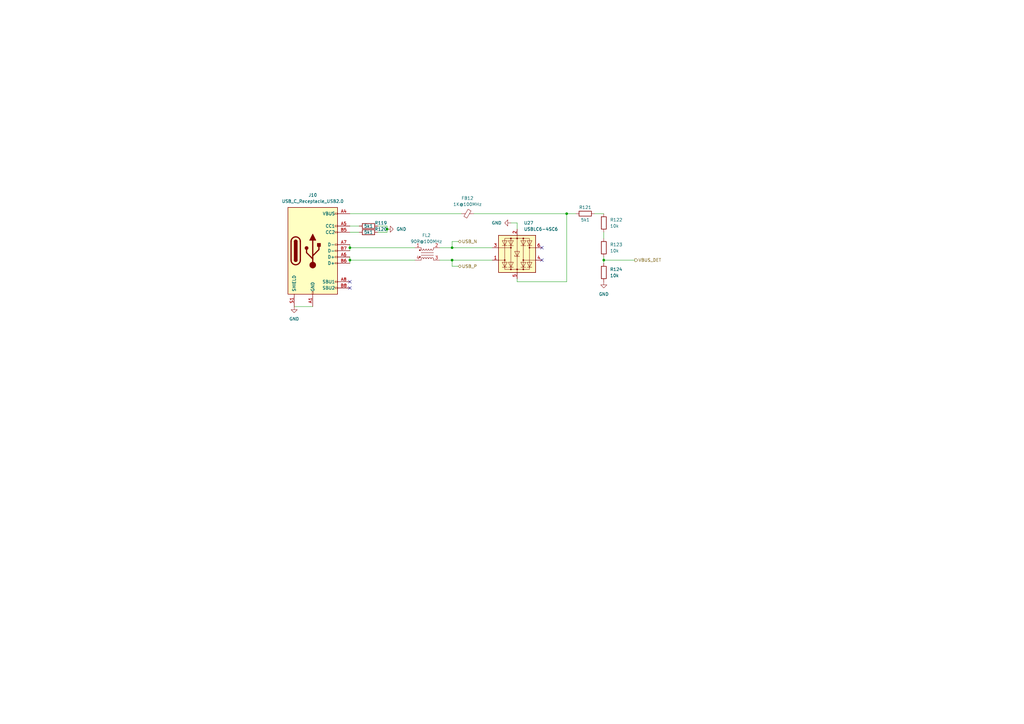
<source format=kicad_sch>
(kicad_sch (version 20230121) (generator eeschema)
  (paper "A3")
  (title_block (title "USB") (date "2023-11-27") (rev "r0_3") (company "M-Labs Limited") (comment 1 "Linus Woo Chun Kit"))
  (lib_symbols
    (symbol "Connector:USB_C_Receptacle_USB2.0" (pin_names (offset 1.016))
      (property "Reference" "J" (at -10.16 19.05 0))
      (property "Value" "USB_C_Receptacle_USB2.0" (at 19.05 19.05 0))
      (symbol "USB_C_Receptacle_USB2.0_0_0"
        (rectangle (start -0.254 -17.78) (end 0.254 -16.764))
        (rectangle (start 10.16 -14.986) (end 9.144 -15.494))
        (rectangle (start 10.16 -12.446) (end 9.144 -12.954))
        (rectangle (start 10.16 -4.826) (end 9.144 -5.334))
        (rectangle (start 10.16 -2.286) (end 9.144 -2.794))
        (rectangle (start 10.16 0.254) (end 9.144 -0.254))
        (rectangle (start 10.16 2.794) (end 9.144 2.286))
        (rectangle (start 10.16 7.874) (end 9.144 7.366))
        (rectangle (start 10.16 10.414) (end 9.144 9.906))
        (rectangle (start 10.16 15.494) (end 9.144 14.986))
      )
      (symbol "USB_C_Receptacle_USB2.0_0_1"
        (rectangle (start -10.16 17.78) (end 10.16 -17.78) (stroke (width 0.254)) (fill (type background)))
        (arc (start -8.89 -3.81) (mid -6.985 -5.7067) (end -5.08 -3.81) (stroke (width 0.508)))
        (arc (start -7.62 -3.81) (mid -6.985 -4.4423) (end -6.35 -3.81) (stroke (width 0.254)))
        (arc (start -7.62 -3.81) (mid -6.985 -4.4423) (end -6.35 -3.81) (stroke (width 0.254)) (fill (type outline)))
        (rectangle (start -7.62 -3.81) (end -6.35 3.81) (stroke (width 0.254)) (fill (type outline)))
        (arc (start -6.35 3.81) (mid -6.985 4.4423) (end -7.62 3.81) (stroke (width 0.254)))
        (arc (start -6.35 3.81) (mid -6.985 4.4423) (end -7.62 3.81) (stroke (width 0.254)) (fill (type outline)))
        (arc (start -5.08 3.81) (mid -6.985 5.7067) (end -8.89 3.81) (stroke (width 0.508)))
        (circle (center -2.54 1.143) (radius 0.635) (stroke (width 0.254)) (fill (type outline)))
        (circle (center 0 -5.842) (radius 1.27) (fill (type outline)))
        (polyline (pts (xy -8.89 -3.81) (xy -8.89 3.81)) (stroke (width 0.508)))
        (polyline (pts (xy -5.08 3.81) (xy -5.08 -3.81)) (stroke (width 0.508)))
        (polyline (pts (xy 0 -5.842) (xy 0 4.318)) (stroke (width 0.508)))
        (polyline (pts (xy 0 -3.302) (xy -2.54 -0.762) (xy -2.54 0.508)) (stroke (width 0.508)))
        (polyline (pts (xy 0 -2.032) (xy 2.54 0.508) (xy 2.54 1.778)) (stroke (width 0.508)))
        (polyline (pts (xy -1.27 4.318) (xy 0 6.858) (xy 1.27 4.318) (xy -1.27 4.318)) (stroke (width 0.254)) (fill (type outline)))
        (rectangle (start 1.905 1.778) (end 3.175 3.048) (stroke (width 0.254)) (fill (type outline)))
      )
      (symbol "USB_C_Receptacle_USB2.0_1_1"
        (pin passive line (at 0 -22.86 90) (length 5.08) (name "GND") (number "A1"))
        (pin passive line (at 0 -22.86 90) (length 5.08) hide (name "GND") (number "A12"))
        (pin passive line (at 15.24 15.24 180) (length 5.08) (name "VBUS") (number "A4"))
        (pin bidirectional line (at 15.24 10.16 180) (length 5.08) (name "CC1") (number "A5"))
        (pin bidirectional line (at 15.24 -2.54 180) (length 5.08) (name "D+") (number "A6"))
        (pin bidirectional line (at 15.24 2.54 180) (length 5.08) (name "D-") (number "A7"))
        (pin bidirectional line (at 15.24 -12.7 180) (length 5.08) (name "SBU1") (number "A8"))
        (pin passive line (at 15.24 15.24 180) (length 5.08) hide (name "VBUS") (number "A9"))
        (pin passive line (at 0 -22.86 90) (length 5.08) hide (name "GND") (number "B1"))
        (pin passive line (at 0 -22.86 90) (length 5.08) hide (name "GND") (number "B12"))
        (pin passive line (at 15.24 15.24 180) (length 5.08) hide (name "VBUS") (number "B4"))
        (pin bidirectional line (at 15.24 7.62 180) (length 5.08) (name "CC2") (number "B5"))
        (pin bidirectional line (at 15.24 -5.08 180) (length 5.08) (name "D+") (number "B6"))
        (pin bidirectional line (at 15.24 0 180) (length 5.08) (name "D-") (number "B7"))
        (pin bidirectional line (at 15.24 -15.24 180) (length 5.08) (name "SBU2") (number "B8"))
        (pin passive line (at 15.24 15.24 180) (length 5.08) hide (name "VBUS") (number "B9"))
        (pin passive line (at -7.62 -22.86 90) (length 5.08) (name "SHIELD") (number "S1"))
      )
    )
    (symbol "Device:FerriteBead_Small" (pin_numbers hide) (pin_names (offset 0))
      (property "Reference" "FB" (at 1.905 1.27 0))
      (property "Value" "FerriteBead_Small" (at 1.905 -1.27 0))
      (symbol "FerriteBead_Small_0_1"
        (polyline (pts (xy 0 -1.27) (xy 0 -0.7874)))
        (polyline (pts (xy 0 0.889) (xy 0 1.2954)))
        (polyline (pts (xy -1.8288 0.2794) (xy -1.1176 1.4986) (xy 1.8288 -0.2032) (xy 1.1176 -1.4224) (xy -1.8288 0.2794)))
      )
      (symbol "FerriteBead_Small_1_1"
        (pin passive line (at 0 2.54 270) (length 1.27) (name "~") (number "1"))
        (pin passive line (at 0 -2.54 90) (length 1.27) (name "~") (number "2"))
      )
    )
    (symbol "Device:R" (pin_numbers hide) (pin_names (offset 0))
      (property "Reference" "R" (at 2.032 0 90))
      (property "Value" "R" (at 0 0 90))
      (symbol "R_0_1"
        (rectangle (start -1.016 -2.54) (end 1.016 2.54) (stroke (width 0.254)))
      )
      (symbol "R_1_1"
        (pin passive line (at 0 3.81 270) (length 1.27) (name "~") (number "1"))
        (pin passive line (at 0 -3.81 90) (length 1.27) (name "~") (number "2"))
      )
    )
    (symbol "Power_Protection:USBLC6-4SC6" (pin_names hide)
      (property "Reference" "U" (at 2.54 8.89 0))
      (property "Value" "USBLC6-4SC6" (at 2.54 -8.89 0))
      (symbol "USBLC6-4SC6_0_1"
        (rectangle (start -7.62 -7.62) (end 7.62 7.62) (stroke (width 0.254)) (fill (type background)))
        (circle (center -5.08 2.54) (radius 0.254) (fill (type outline)))
        (circle (center -2.54 -6.35) (radius 0.254) (fill (type outline)))
        (circle (center -2.54 -2.54) (radius 0.254) (fill (type outline)))
        (circle (center -2.54 6.35) (radius 0.254) (fill (type outline)))
        (rectangle (start -2.54 6.35) (end 2.54 -6.35))
        (circle (center 0 -6.35) (radius 0.254) (fill (type outline)))
        (polyline (pts (xy -5.08 2.54) (xy -7.62 2.54)))
        (polyline (pts (xy -4.064 -3.429) (xy -6.096 -3.429)))
        (polyline (pts (xy -4.064 5.461) (xy -6.096 5.461)))
        (polyline (pts (xy -2.54 -2.54) (xy -7.62 -2.54)))
        (polyline (pts (xy -1.524 -3.429) (xy -3.556 -3.429)))
        (polyline (pts (xy -1.524 5.461) (xy -3.556 5.461)))
        (polyline (pts (xy 0 -7.62) (xy 0 -6.35)))
        (polyline (pts (xy 0 -6.35) (xy 0 1.27)))
        (polyline (pts (xy 0 1.27) (xy 0 6.35)))
        (polyline (pts (xy 0 6.35) (xy 0 7.62)))
        (polyline (pts (xy 1.524 -3.429) (xy 3.556 -3.429)))
        (polyline (pts (xy 1.524 5.461) (xy 3.556 5.461)))
        (polyline (pts (xy 2.54 2.54) (xy 7.62 2.54)))
        (polyline (pts (xy 4.064 -3.429) (xy 6.096 -3.429)))
        (polyline (pts (xy 4.064 5.461) (xy 6.096 5.461)))
        (polyline (pts (xy 5.08 -2.54) (xy 7.62 -2.54)))
        (polyline (pts (xy -6.096 -5.461) (xy -4.064 -5.461) (xy -5.08 -3.429) (xy -6.096 -5.461)))
        (polyline (pts (xy -6.096 3.429) (xy -4.064 3.429) (xy -5.08 5.461) (xy -6.096 3.429)))
        (polyline (pts (xy -3.556 -5.461) (xy -1.524 -5.461) (xy -2.54 -3.429) (xy -3.556 -5.461)))
        (polyline (pts (xy -3.556 3.429) (xy -1.524 3.429) (xy -2.54 5.461) (xy -3.556 3.429)))
        (polyline (pts (xy -2.54 6.35) (xy -5.08 6.35) (xy -5.08 -6.35) (xy -2.54 -6.35)))
        (polyline (pts (xy -1.016 -1.016) (xy 1.016 -1.016) (xy 0 1.016) (xy -1.016 -1.016)))
        (polyline (pts (xy 1.016 1.016) (xy 0.762 1.016) (xy -1.016 1.016) (xy -1.016 0.508)))
        (polyline (pts (xy 2.54 6.35) (xy 5.08 6.35) (xy 5.08 -6.35) (xy 2.54 -6.35)))
        (polyline (pts (xy 3.556 -5.461) (xy 1.524 -5.461) (xy 2.54 -3.429) (xy 3.556 -5.461)))
        (polyline (pts (xy 3.556 3.429) (xy 1.524 3.429) (xy 2.54 5.461) (xy 3.556 3.429)))
        (polyline (pts (xy 6.096 -5.461) (xy 4.064 -5.461) (xy 5.08 -3.429) (xy 6.096 -5.461)))
        (polyline (pts (xy 6.096 3.429) (xy 4.064 3.429) (xy 5.08 5.461) (xy 6.096 3.429)))
        (circle (center 0 6.35) (radius 0.254) (fill (type outline)))
        (circle (center 2.54 -6.35) (radius 0.254) (fill (type outline)))
        (circle (center 2.54 2.54) (radius 0.254) (fill (type outline)))
        (circle (center 2.54 6.35) (radius 0.254) (fill (type outline)))
        (circle (center 5.08 -2.54) (radius 0.254) (fill (type outline)))
      )
      (symbol "USBLC6-4SC6_1_1"
        (pin passive line (at -10.16 2.54 0) (length 2.54) (name "I/O1") (number "1"))
        (pin passive line (at 0 -10.16 90) (length 2.54) (name "GND") (number "2"))
        (pin passive line (at -10.16 -2.54 0) (length 2.54) (name "I/O2") (number "3"))
        (pin passive line (at 10.16 2.54 180) (length 2.54) (name "I/O3") (number "4"))
        (pin passive line (at 0 10.16 270) (length 2.54) (name "VBUS") (number "5"))
        (pin passive line (at 10.16 -2.54 180) (length 2.54) (name "I/O4") (number "6"))
      )
    )
    (symbol "kirdy:Filter_EMI_LL_1423" (pin_names (offset 0.254) hide)
      (property "Reference" "FL" (at 0 4.445 0))
      (property "Value" "Filter_EMI_LL_1423" (at 0 -4.445 0))
      (symbol "Filter_EMI_LL_1423_0_1"
        (circle (center -3.048 -1.27) (radius 0.254) (fill (type outline)))
        (circle (center -3.048 1.524) (radius 0.254) (fill (type outline)))
        (arc (start -2.54 2.032) (mid -2.032 1.5262) (end -1.524 2.032))
        (arc (start -1.524 -2.032) (mid -2.032 -1.5262) (end -2.54 -2.032))
        (arc (start -1.524 2.032) (mid -1.016 1.5262) (end -0.508 2.032))
        (arc (start -0.508 -2.032) (mid -1.016 -1.5262) (end -1.524 -2.032))
        (arc (start -0.508 2.032) (mid 0 1.5262) (end 0.508 2.032))
        (polyline (pts (xy -2.54 -2.032) (xy -2.54 -2.54)))
        (polyline (pts (xy -2.54 0.508) (xy 2.54 0.508)))
        (polyline (pts (xy -2.54 2.032) (xy -2.54 2.54)))
        (polyline (pts (xy 2.54 -2.032) (xy 2.54 -2.54)))
        (polyline (pts (xy 2.54 -0.508) (xy -2.54 -0.508)))
        (polyline (pts (xy 2.54 2.54) (xy 2.54 2.032)))
        (arc (start 0.508 -2.032) (mid 0 -1.5262) (end -0.508 -2.032))
        (arc (start 0.508 2.032) (mid 1.016 1.5262) (end 1.524 2.032))
        (arc (start 1.524 -2.032) (mid 1.016 -1.5262) (end 0.508 -2.032))
        (arc (start 1.524 2.032) (mid 2.032 1.5262) (end 2.54 2.032))
        (arc (start 2.54 -2.032) (mid 2.032 -1.5262) (end 1.524 -2.032))
      )
      (symbol "Filter_EMI_LL_1423_1_1"
        (pin passive line (at -5.08 2.54 0) (length 2.54) (name "1") (number "1"))
        (pin passive line (at 5.08 2.54 180) (length 2.54) (name "2") (number "2"))
        (pin passive line (at 5.08 -2.54 180) (length 2.54) (name "3") (number "3"))
        (pin passive line (at -5.08 -2.54 0) (length 2.54) (name "4") (number "4"))
      )
    )
    (symbol "power:GND" (power) (pin_names (offset 0))
      (property "Value" "GND" (at 0 -3.81 0))
      (symbol "GND_0_1"
        (polyline (pts (xy 0 0) (xy 0 -1.27) (xy 1.27 -1.27) (xy 0 -2.54) (xy -1.27 -1.27) (xy 0 -1.27)))
      )
      (symbol "GND_1_1"
        (pin power_in line (at 0 0 270) (length 0) hide (name "GND") (number "1"))
      )
    )
  )
  (junction (at 143.51 101.6))
  (junction (at 143.51 106.68))
  (junction (at 232.41 87.63))
  (junction (at 247.65 106.68))
  (junction (at 185.42 101.6))
  (junction (at 158.75 93.98))
  (junction (at 185.42 106.68))
  (no_connect (at 222.25 106.68))
  (no_connect (at 222.25 101.6))
  (no_connect (at 143.51 118.11))
  (no_connect (at 143.51 115.57))
  (wire (pts (xy 143.51 106.68) (xy 143.51 107.95)))
  (wire (pts (xy 185.42 109.22) (xy 185.42 106.68)))
  (wire (pts (xy 212.09 91.44) (xy 212.09 93.98)))
  (wire (pts (xy 143.51 87.63) (xy 189.23 87.63)))
  (wire (pts (xy 180.34 106.68) (xy 185.42 106.68)))
  (wire (pts (xy 158.75 95.25) (xy 158.75 93.98)))
  (wire (pts (xy 209.55 91.44) (xy 212.09 91.44)))
  (wire (pts (xy 247.65 105.41) (xy 247.65 106.68)))
  (wire (pts (xy 187.96 99.06) (xy 185.42 99.06)))
  (wire (pts (xy 247.65 106.68) (xy 247.65 107.95)))
  (wire (pts (xy 158.75 93.98) (xy 158.75 92.71)))
  (wire (pts (xy 180.34 101.6) (xy 185.42 101.6)))
  (wire (pts (xy 247.65 95.25) (xy 247.65 97.79)))
  (wire (pts (xy 212.09 115.57) (xy 212.09 114.3)))
  (wire (pts (xy 143.51 101.6) (xy 143.51 102.87)))
  (wire (pts (xy 232.41 87.63) (xy 236.22 87.63)))
  (wire (pts (xy 143.51 105.41) (xy 143.51 106.68)))
  (wire (pts (xy 243.84 87.63) (xy 247.65 87.63)))
  (wire (pts (xy 154.94 95.25) (xy 158.75 95.25)))
  (wire (pts (xy 158.75 92.71) (xy 154.94 92.71)))
  (wire (pts (xy 120.65 125.73) (xy 128.27 125.73)))
  (wire (pts (xy 185.42 101.6) (xy 201.93 101.6)))
  (wire (pts (xy 143.51 101.6) (xy 170.18 101.6)))
  (wire (pts (xy 143.51 106.68) (xy 170.18 106.68)))
  (wire (pts (xy 185.42 99.06) (xy 185.42 101.6)))
  (wire (pts (xy 232.41 87.63) (xy 232.41 115.57)))
  (wire (pts (xy 143.51 95.25) (xy 147.32 95.25)))
  (wire (pts (xy 247.65 106.68) (xy 260.35 106.68)))
  (wire (pts (xy 194.31 87.63) (xy 232.41 87.63)))
  (wire (pts (xy 232.41 115.57) (xy 212.09 115.57)))
  (wire (pts (xy 187.96 109.22) (xy 185.42 109.22)))
  (wire (pts (xy 185.42 106.68) (xy 201.93 106.68)))
  (wire (pts (xy 143.51 100.33) (xy 143.51 101.6)))
  (wire (pts (xy 143.51 92.71) (xy 147.32 92.71)))
  (hierarchical_label "VBUS_DET" (shape output) (at 260.35 106.68 0))
  (hierarchical_label "USB_N" (shape bidirectional) (at 187.96 99.06 0))
  (hierarchical_label "USB_P" (shape bidirectional) (at 187.96 109.22 0))
  (symbol (lib_id "power:GND") (at 247.65 115.57 0) (unit 1)
    (property "Reference" "#PWR0185" (effects hide))
    (property "Value" "GND" (at 247.65 120.65 0))
  )
  (symbol (lib_id "power:GND") (at 158.75 93.98 90) (unit 1)
    (property "Reference" "#PWR0183" (effects hide))
    (property "Value" "GND" (at 162.56 93.9799 90) (effects (justify right)))
  )
  (symbol (lib_id "power:GND") (at 209.55 91.44 270) (unit 1)
    (property "Reference" "#PWR0184" (effects hide))
    (property "Value" "GND" (at 205.74 91.4399 90) (effects (justify right)))
  )
  (symbol (lib_id "Connector:USB_C_Receptacle_USB2.0") (at 128.27 102.87 0) (unit 1)
    (property "Reference" "J10" (at 128.27 80.01 0))
    (property "Value" "USB_C_Receptacle_USB2.0" (at 128.27 82.55 0))
    (property "Footprint" "Connector_USB:USB_C_Receptacle_HRO_TYPE-C-31-M-12" (effects hide))
    (property "Datasheet" "https://www.usb.org/sites/default/files/documents/usb_type-c.zip" (effects hide))
    (property "MFR_PN" "TYPE-C-31-M-12" (effects hide))
    (property "MFR_PN_ALT" "USB4105-GF-A" (effects hide))
  )
  (symbol (lib_id "Device:R") (at 151.13 92.71 90) (unit 1)
    (property "Reference" "R119" (at 156.21 91.44 90))
    (property "Value" "5k1" (at 151.13 92.71 90))
    (property "Footprint" "Resistor_SMD:R_0603_1608Metric" (effects hide))
    (property "MFR_PN" "RMCF0603FT5K10" (effects hide))
    (property "MFR_PN_ALT" "CR0603-FX-5101ELF" (effects hide))
  )
  (symbol (lib_id "Device:R") (at 247.65 111.76 180) (unit 1)
    (property "Reference" "R124" (at 250.19 110.4899 0) (effects (justify right)))
    (property "Value" "10k" (at 250.19 113.0299 0) (effects (justify right)))
    (property "Footprint" "Resistor_SMD:R_0603_1608Metric" (effects hide))
    (property "MFR_PN" "RNCP0603FTD10K0" (effects hide))
    (property "MFR_PN_ALT" "RMCF0603FT10K0" (effects hide))
  )
  (symbol (lib_id "Power_Protection:USBLC6-4SC6") (at 212.09 104.14 0) (mirror x) (unit 1)
    (property "Reference" "U27" (at 214.8587 91.44 0) (effects (justify left)))
    (property "Value" "USBLC6-4SC6" (at 214.8587 93.98 0) (effects (justify left)))
    (property "Footprint" "Package_TO_SOT_SMD:SOT-23-6" (effects hide))
    (property "Datasheet" "https://www.st.com/resource/en/datasheet/usblc6-4.pdf" (effects hide))
    (property "MFR_PN" "USBLC6-4SC6Y" (effects hide))
    (property "MFR_PN_ALT" "USBLC6-4SC6" (effects hide))
  )
  (symbol (lib_id "Device:FerriteBead_Small") (at 191.77 87.63 90) (unit 1)
    (property "Reference" "FB12" (at 191.7319 81.28 90))
    (property "Value" "1K@100MHz" (at 191.7319 83.82 90))
    (property "Footprint" "Inductor_SMD:L_1210_3225Metric" (effects hide))
    (property "MFR_PN" "FBMH3225HM102NT" (effects hide))
    (property "MFR_PN_ALT" "FBMH3225HM102NTV" (effects hide))
  )
  (symbol (lib_id "Device:R") (at 151.13 95.25 90) (unit 1)
    (property "Reference" "R120" (at 156.21 93.98 90))
    (property "Value" "5k1" (at 151.13 95.25 90))
    (property "Footprint" "Resistor_SMD:R_0603_1608Metric" (effects hide))
    (property "MFR_PN" "RMCF0603FT5K10" (effects hide))
    (property "MFR_PN_ALT" "CR0603-FX-5101ELF" (effects hide))
  )
  (symbol (lib_id "Device:R") (at 240.03 87.63 90) (unit 1)
    (property "Reference" "R121" (at 240.03 85.09 90))
    (property "Value" "5k1" (at 240.03 90.17 90))
    (property "Footprint" "Resistor_SMD:R_0603_1608Metric" (effects hide))
    (property "MFR_PN" "RMCF0603FT5K10" (effects hide))
    (property "MFR_PN_ALT" "CR0603-FX-5101ELF" (effects hide))
  )
  (symbol (lib_id "Device:R") (at 247.65 101.6 180) (unit 1)
    (property "Reference" "R123" (at 250.19 100.3299 0) (effects (justify right)))
    (property "Value" "10k" (at 250.19 102.8699 0) (effects (justify right)))
    (property "Footprint" "Resistor_SMD:R_0603_1608Metric" (effects hide))
    (property "MFR_PN" "RNCP0603FTD10K0" (effects hide))
    (property "MFR_PN_ALT" "RMCF0603FT10K0" (effects hide))
  )
  (symbol (lib_id "Device:R") (at 247.65 91.44 180) (unit 1)
    (property "Reference" "R122" (at 250.19 90.1699 0) (effects (justify right)))
    (property "Value" "10k" (at 250.19 92.7099 0) (effects (justify right)))
    (property "Footprint" "Resistor_SMD:R_0603_1608Metric" (effects hide))
    (property "MFR_PN" "RNCP0603FTD10K0" (effects hide))
    (property "MFR_PN_ALT" "RMCF0603FT10K0" (effects hide))
  )
  (symbol (lib_id "kirdy:Filter_EMI_LL_1423") (at 175.26 104.14 0) (unit 1)
    (property "Reference" "FL2" (at 174.879 96.52 0))
    (property "Value" "90R@100MHz" (at 174.879 99.06 0))
    (property "Footprint" "Inductor_SMD:L_CommonModeChoke_Coilcraft_0603USB" (effects hide))
    (property "MFR_PN" "0603USB-222MLC" (effects hide))
    (property "MFR_PN_ALT" "0603USB-951MLC" (effects hide))
  )
  (symbol (lib_id "power:GND") (at 120.65 125.73 0) (unit 1)
    (property "Reference" "#PWR0182" (effects hide))
    (property "Value" "GND" (at 120.65 130.81 0))
  )
)
</source>
